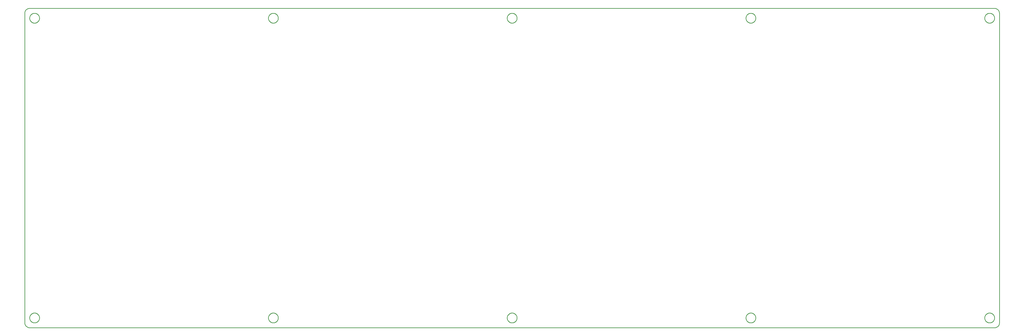
<source format=gbr>
G04 EAGLE Gerber RS-274X export*
G75*
%MOMM*%
%FSLAX34Y34*%
%LPD*%
%IN*%
%IPPOS*%
%AMOC8*
5,1,8,0,0,1.08239X$1,22.5*%
G01*
%ADD10C,0.254000*%


D10*
X-78750Y-1201750D02*
X-78351Y-1205723D01*
X-77171Y-1209538D01*
X-75257Y-1213043D01*
X-72684Y-1216097D01*
X-69556Y-1218579D01*
X-65997Y-1220391D01*
X-62149Y-1221459D01*
X-58750Y-1221750D01*
X3868750Y-1221750D01*
X3872149Y-1221459D01*
X3875997Y-1220391D01*
X3879556Y-1218579D01*
X3882684Y-1216097D01*
X3885257Y-1213043D01*
X3887171Y-1209538D01*
X3888351Y-1205723D01*
X3888750Y-1201750D01*
X3888750Y58750D01*
X3888459Y62149D01*
X3887391Y65997D01*
X3885579Y69556D01*
X3883097Y72684D01*
X3880043Y75257D01*
X3876538Y77171D01*
X3872723Y78351D01*
X3868750Y78750D01*
X-58750Y78750D01*
X-62723Y78351D01*
X-66538Y77171D01*
X-70043Y75257D01*
X-73097Y72684D01*
X-75579Y69556D01*
X-77391Y65997D01*
X-78459Y62149D01*
X-78750Y58750D01*
X-78750Y-1201750D01*
X-18750Y38146D02*
X-18750Y39354D01*
X-18823Y40561D01*
X-18969Y41761D01*
X-19187Y42950D01*
X-19476Y44123D01*
X-19835Y45277D01*
X-20264Y46407D01*
X-20760Y47509D01*
X-21322Y48580D01*
X-21947Y49614D01*
X-22634Y50609D01*
X-23379Y51560D01*
X-24181Y52465D01*
X-25035Y53319D01*
X-25940Y54121D01*
X-26891Y54866D01*
X-27886Y55553D01*
X-28920Y56178D01*
X-29991Y56740D01*
X-31093Y57236D01*
X-32223Y57665D01*
X-33377Y58024D01*
X-34550Y58313D01*
X-35739Y58531D01*
X-36939Y58677D01*
X-38146Y58750D01*
X-39354Y58750D01*
X-40561Y58677D01*
X-41761Y58531D01*
X-42950Y58313D01*
X-44123Y58024D01*
X-45277Y57665D01*
X-46407Y57236D01*
X-47509Y56740D01*
X-48580Y56178D01*
X-49614Y55553D01*
X-50609Y54866D01*
X-51560Y54121D01*
X-52465Y53319D01*
X-53319Y52465D01*
X-54121Y51560D01*
X-54866Y50609D01*
X-55553Y49614D01*
X-56178Y48580D01*
X-56740Y47509D01*
X-57236Y46407D01*
X-57665Y45277D01*
X-58024Y44123D01*
X-58313Y42950D01*
X-58531Y41761D01*
X-58677Y40561D01*
X-58750Y39354D01*
X-58750Y38146D01*
X-58677Y36939D01*
X-58531Y35739D01*
X-58313Y34550D01*
X-58024Y33377D01*
X-57665Y32223D01*
X-57236Y31093D01*
X-56740Y29991D01*
X-56178Y28920D01*
X-55553Y27886D01*
X-54866Y26891D01*
X-54121Y25940D01*
X-53319Y25035D01*
X-52465Y24181D01*
X-51560Y23379D01*
X-50609Y22634D01*
X-49614Y21947D01*
X-48580Y21322D01*
X-47509Y20760D01*
X-46407Y20264D01*
X-45277Y19835D01*
X-44123Y19476D01*
X-42950Y19187D01*
X-41761Y18969D01*
X-40561Y18823D01*
X-39354Y18750D01*
X-38146Y18750D01*
X-36939Y18823D01*
X-35739Y18969D01*
X-34550Y19187D01*
X-33377Y19476D01*
X-32223Y19835D01*
X-31093Y20264D01*
X-29991Y20760D01*
X-28920Y21322D01*
X-27886Y21947D01*
X-26891Y22634D01*
X-25940Y23379D01*
X-25035Y24181D01*
X-24181Y25035D01*
X-23379Y25940D01*
X-22634Y26891D01*
X-21947Y27886D01*
X-21322Y28920D01*
X-20760Y29991D01*
X-20264Y31093D01*
X-19835Y32223D01*
X-19476Y33377D01*
X-19187Y34550D01*
X-18969Y35739D01*
X-18823Y36939D01*
X-18750Y38146D01*
X953125Y38146D02*
X953125Y39354D01*
X953052Y40561D01*
X952906Y41761D01*
X952688Y42950D01*
X952399Y44123D01*
X952040Y45277D01*
X951611Y46407D01*
X951115Y47509D01*
X950553Y48580D01*
X949928Y49614D01*
X949241Y50609D01*
X948496Y51560D01*
X947694Y52465D01*
X946840Y53319D01*
X945935Y54121D01*
X944984Y54866D01*
X943989Y55553D01*
X942955Y56178D01*
X941884Y56740D01*
X940782Y57236D01*
X939652Y57665D01*
X938498Y58024D01*
X937325Y58313D01*
X936136Y58531D01*
X934936Y58677D01*
X933729Y58750D01*
X932521Y58750D01*
X931314Y58677D01*
X930114Y58531D01*
X928925Y58313D01*
X927752Y58024D01*
X926598Y57665D01*
X925468Y57236D01*
X924366Y56740D01*
X923295Y56178D01*
X922261Y55553D01*
X921266Y54866D01*
X920315Y54121D01*
X919410Y53319D01*
X918556Y52465D01*
X917754Y51560D01*
X917009Y50609D01*
X916322Y49614D01*
X915697Y48580D01*
X915135Y47509D01*
X914639Y46407D01*
X914210Y45277D01*
X913851Y44123D01*
X913562Y42950D01*
X913344Y41761D01*
X913198Y40561D01*
X913125Y39354D01*
X913125Y38146D01*
X913198Y36939D01*
X913344Y35739D01*
X913562Y34550D01*
X913851Y33377D01*
X914210Y32223D01*
X914639Y31093D01*
X915135Y29991D01*
X915697Y28920D01*
X916322Y27886D01*
X917009Y26891D01*
X917754Y25940D01*
X918556Y25035D01*
X919410Y24181D01*
X920315Y23379D01*
X921266Y22634D01*
X922261Y21947D01*
X923295Y21322D01*
X924366Y20760D01*
X925468Y20264D01*
X926598Y19835D01*
X927752Y19476D01*
X928925Y19187D01*
X930114Y18969D01*
X931314Y18823D01*
X932521Y18750D01*
X933729Y18750D01*
X934936Y18823D01*
X936136Y18969D01*
X937325Y19187D01*
X938498Y19476D01*
X939652Y19835D01*
X940782Y20264D01*
X941884Y20760D01*
X942955Y21322D01*
X943989Y21947D01*
X944984Y22634D01*
X945935Y23379D01*
X946840Y24181D01*
X947694Y25035D01*
X948496Y25940D01*
X949241Y26891D01*
X949928Y27886D01*
X950553Y28920D01*
X951115Y29991D01*
X951611Y31093D01*
X952040Y32223D01*
X952399Y33377D01*
X952688Y34550D01*
X952906Y35739D01*
X953052Y36939D01*
X953125Y38146D01*
X1925000Y38146D02*
X1925000Y39354D01*
X1924927Y40561D01*
X1924781Y41761D01*
X1924563Y42950D01*
X1924274Y44123D01*
X1923915Y45277D01*
X1923486Y46407D01*
X1922990Y47509D01*
X1922428Y48580D01*
X1921803Y49614D01*
X1921116Y50609D01*
X1920371Y51560D01*
X1919569Y52465D01*
X1918715Y53319D01*
X1917810Y54121D01*
X1916859Y54866D01*
X1915864Y55553D01*
X1914830Y56178D01*
X1913759Y56740D01*
X1912657Y57236D01*
X1911527Y57665D01*
X1910373Y58024D01*
X1909200Y58313D01*
X1908011Y58531D01*
X1906811Y58677D01*
X1905604Y58750D01*
X1904396Y58750D01*
X1903189Y58677D01*
X1901989Y58531D01*
X1900800Y58313D01*
X1899627Y58024D01*
X1898473Y57665D01*
X1897343Y57236D01*
X1896241Y56740D01*
X1895170Y56178D01*
X1894136Y55553D01*
X1893141Y54866D01*
X1892190Y54121D01*
X1891285Y53319D01*
X1890431Y52465D01*
X1889629Y51560D01*
X1888884Y50609D01*
X1888197Y49614D01*
X1887572Y48580D01*
X1887010Y47509D01*
X1886514Y46407D01*
X1886085Y45277D01*
X1885726Y44123D01*
X1885437Y42950D01*
X1885219Y41761D01*
X1885073Y40561D01*
X1885000Y39354D01*
X1885000Y38146D01*
X1885073Y36939D01*
X1885219Y35739D01*
X1885437Y34550D01*
X1885726Y33377D01*
X1886085Y32223D01*
X1886514Y31093D01*
X1887010Y29991D01*
X1887572Y28920D01*
X1888197Y27886D01*
X1888884Y26891D01*
X1889629Y25940D01*
X1890431Y25035D01*
X1891285Y24181D01*
X1892190Y23379D01*
X1893141Y22634D01*
X1894136Y21947D01*
X1895170Y21322D01*
X1896241Y20760D01*
X1897343Y20264D01*
X1898473Y19835D01*
X1899627Y19476D01*
X1900800Y19187D01*
X1901989Y18969D01*
X1903189Y18823D01*
X1904396Y18750D01*
X1905604Y18750D01*
X1906811Y18823D01*
X1908011Y18969D01*
X1909200Y19187D01*
X1910373Y19476D01*
X1911527Y19835D01*
X1912657Y20264D01*
X1913759Y20760D01*
X1914830Y21322D01*
X1915864Y21947D01*
X1916859Y22634D01*
X1917810Y23379D01*
X1918715Y24181D01*
X1919569Y25035D01*
X1920371Y25940D01*
X1921116Y26891D01*
X1921803Y27886D01*
X1922428Y28920D01*
X1922990Y29991D01*
X1923486Y31093D01*
X1923915Y32223D01*
X1924274Y33377D01*
X1924563Y34550D01*
X1924781Y35739D01*
X1924927Y36939D01*
X1925000Y38146D01*
X2896875Y38146D02*
X2896875Y39354D01*
X2896802Y40561D01*
X2896656Y41761D01*
X2896438Y42950D01*
X2896149Y44123D01*
X2895790Y45277D01*
X2895361Y46407D01*
X2894865Y47509D01*
X2894303Y48580D01*
X2893678Y49614D01*
X2892991Y50609D01*
X2892246Y51560D01*
X2891444Y52465D01*
X2890590Y53319D01*
X2889685Y54121D01*
X2888734Y54866D01*
X2887739Y55553D01*
X2886705Y56178D01*
X2885634Y56740D01*
X2884532Y57236D01*
X2883402Y57665D01*
X2882248Y58024D01*
X2881075Y58313D01*
X2879886Y58531D01*
X2878686Y58677D01*
X2877479Y58750D01*
X2876271Y58750D01*
X2875064Y58677D01*
X2873864Y58531D01*
X2872675Y58313D01*
X2871502Y58024D01*
X2870348Y57665D01*
X2869218Y57236D01*
X2868116Y56740D01*
X2867045Y56178D01*
X2866011Y55553D01*
X2865016Y54866D01*
X2864065Y54121D01*
X2863160Y53319D01*
X2862306Y52465D01*
X2861504Y51560D01*
X2860759Y50609D01*
X2860072Y49614D01*
X2859447Y48580D01*
X2858885Y47509D01*
X2858389Y46407D01*
X2857960Y45277D01*
X2857601Y44123D01*
X2857312Y42950D01*
X2857094Y41761D01*
X2856948Y40561D01*
X2856875Y39354D01*
X2856875Y38146D01*
X2856948Y36939D01*
X2857094Y35739D01*
X2857312Y34550D01*
X2857601Y33377D01*
X2857960Y32223D01*
X2858389Y31093D01*
X2858885Y29991D01*
X2859447Y28920D01*
X2860072Y27886D01*
X2860759Y26891D01*
X2861504Y25940D01*
X2862306Y25035D01*
X2863160Y24181D01*
X2864065Y23379D01*
X2865016Y22634D01*
X2866011Y21947D01*
X2867045Y21322D01*
X2868116Y20760D01*
X2869218Y20264D01*
X2870348Y19835D01*
X2871502Y19476D01*
X2872675Y19187D01*
X2873864Y18969D01*
X2875064Y18823D01*
X2876271Y18750D01*
X2877479Y18750D01*
X2878686Y18823D01*
X2879886Y18969D01*
X2881075Y19187D01*
X2882248Y19476D01*
X2883402Y19835D01*
X2884532Y20264D01*
X2885634Y20760D01*
X2886705Y21322D01*
X2887739Y21947D01*
X2888734Y22634D01*
X2889685Y23379D01*
X2890590Y24181D01*
X2891444Y25035D01*
X2892246Y25940D01*
X2892991Y26891D01*
X2893678Y27886D01*
X2894303Y28920D01*
X2894865Y29991D01*
X2895361Y31093D01*
X2895790Y32223D01*
X2896149Y33377D01*
X2896438Y34550D01*
X2896656Y35739D01*
X2896802Y36939D01*
X2896875Y38146D01*
X3868750Y38146D02*
X3868750Y39354D01*
X3868677Y40561D01*
X3868531Y41761D01*
X3868313Y42950D01*
X3868024Y44123D01*
X3867665Y45277D01*
X3867236Y46407D01*
X3866740Y47509D01*
X3866178Y48580D01*
X3865553Y49614D01*
X3864866Y50609D01*
X3864121Y51560D01*
X3863319Y52465D01*
X3862465Y53319D01*
X3861560Y54121D01*
X3860609Y54866D01*
X3859614Y55553D01*
X3858580Y56178D01*
X3857509Y56740D01*
X3856407Y57236D01*
X3855277Y57665D01*
X3854123Y58024D01*
X3852950Y58313D01*
X3851761Y58531D01*
X3850561Y58677D01*
X3849354Y58750D01*
X3848146Y58750D01*
X3846939Y58677D01*
X3845739Y58531D01*
X3844550Y58313D01*
X3843377Y58024D01*
X3842223Y57665D01*
X3841093Y57236D01*
X3839991Y56740D01*
X3838920Y56178D01*
X3837886Y55553D01*
X3836891Y54866D01*
X3835940Y54121D01*
X3835035Y53319D01*
X3834181Y52465D01*
X3833379Y51560D01*
X3832634Y50609D01*
X3831947Y49614D01*
X3831322Y48580D01*
X3830760Y47509D01*
X3830264Y46407D01*
X3829835Y45277D01*
X3829476Y44123D01*
X3829187Y42950D01*
X3828969Y41761D01*
X3828823Y40561D01*
X3828750Y39354D01*
X3828750Y38146D01*
X3828823Y36939D01*
X3828969Y35739D01*
X3829187Y34550D01*
X3829476Y33377D01*
X3829835Y32223D01*
X3830264Y31093D01*
X3830760Y29991D01*
X3831322Y28920D01*
X3831947Y27886D01*
X3832634Y26891D01*
X3833379Y25940D01*
X3834181Y25035D01*
X3835035Y24181D01*
X3835940Y23379D01*
X3836891Y22634D01*
X3837886Y21947D01*
X3838920Y21322D01*
X3839991Y20760D01*
X3841093Y20264D01*
X3842223Y19835D01*
X3843377Y19476D01*
X3844550Y19187D01*
X3845739Y18969D01*
X3846939Y18823D01*
X3848146Y18750D01*
X3849354Y18750D01*
X3850561Y18823D01*
X3851761Y18969D01*
X3852950Y19187D01*
X3854123Y19476D01*
X3855277Y19835D01*
X3856407Y20264D01*
X3857509Y20760D01*
X3858580Y21322D01*
X3859614Y21947D01*
X3860609Y22634D01*
X3861560Y23379D01*
X3862465Y24181D01*
X3863319Y25035D01*
X3864121Y25940D01*
X3864866Y26891D01*
X3865553Y27886D01*
X3866178Y28920D01*
X3866740Y29991D01*
X3867236Y31093D01*
X3867665Y32223D01*
X3868024Y33377D01*
X3868313Y34550D01*
X3868531Y35739D01*
X3868677Y36939D01*
X3868750Y38146D01*
X3868750Y-1182354D02*
X3868750Y-1181146D01*
X3868677Y-1179939D01*
X3868531Y-1178739D01*
X3868313Y-1177550D01*
X3868024Y-1176377D01*
X3867665Y-1175223D01*
X3867236Y-1174093D01*
X3866740Y-1172991D01*
X3866178Y-1171920D01*
X3865553Y-1170886D01*
X3864866Y-1169891D01*
X3864121Y-1168940D01*
X3863319Y-1168035D01*
X3862465Y-1167181D01*
X3861560Y-1166379D01*
X3860609Y-1165634D01*
X3859614Y-1164947D01*
X3858580Y-1164322D01*
X3857509Y-1163760D01*
X3856407Y-1163264D01*
X3855277Y-1162835D01*
X3854123Y-1162476D01*
X3852950Y-1162187D01*
X3851761Y-1161969D01*
X3850561Y-1161823D01*
X3849354Y-1161750D01*
X3848146Y-1161750D01*
X3846939Y-1161823D01*
X3845739Y-1161969D01*
X3844550Y-1162187D01*
X3843377Y-1162476D01*
X3842223Y-1162835D01*
X3841093Y-1163264D01*
X3839991Y-1163760D01*
X3838920Y-1164322D01*
X3837886Y-1164947D01*
X3836891Y-1165634D01*
X3835940Y-1166379D01*
X3835035Y-1167181D01*
X3834181Y-1168035D01*
X3833379Y-1168940D01*
X3832634Y-1169891D01*
X3831947Y-1170886D01*
X3831322Y-1171920D01*
X3830760Y-1172991D01*
X3830264Y-1174093D01*
X3829835Y-1175223D01*
X3829476Y-1176377D01*
X3829187Y-1177550D01*
X3828969Y-1178739D01*
X3828823Y-1179939D01*
X3828750Y-1181146D01*
X3828750Y-1182354D01*
X3828823Y-1183561D01*
X3828969Y-1184761D01*
X3829187Y-1185950D01*
X3829476Y-1187123D01*
X3829835Y-1188277D01*
X3830264Y-1189407D01*
X3830760Y-1190509D01*
X3831322Y-1191580D01*
X3831947Y-1192614D01*
X3832634Y-1193609D01*
X3833379Y-1194560D01*
X3834181Y-1195465D01*
X3835035Y-1196319D01*
X3835940Y-1197121D01*
X3836891Y-1197866D01*
X3837886Y-1198553D01*
X3838920Y-1199178D01*
X3839991Y-1199740D01*
X3841093Y-1200236D01*
X3842223Y-1200665D01*
X3843377Y-1201024D01*
X3844550Y-1201313D01*
X3845739Y-1201531D01*
X3846939Y-1201677D01*
X3848146Y-1201750D01*
X3849354Y-1201750D01*
X3850561Y-1201677D01*
X3851761Y-1201531D01*
X3852950Y-1201313D01*
X3854123Y-1201024D01*
X3855277Y-1200665D01*
X3856407Y-1200236D01*
X3857509Y-1199740D01*
X3858580Y-1199178D01*
X3859614Y-1198553D01*
X3860609Y-1197866D01*
X3861560Y-1197121D01*
X3862465Y-1196319D01*
X3863319Y-1195465D01*
X3864121Y-1194560D01*
X3864866Y-1193609D01*
X3865553Y-1192614D01*
X3866178Y-1191580D01*
X3866740Y-1190509D01*
X3867236Y-1189407D01*
X3867665Y-1188277D01*
X3868024Y-1187123D01*
X3868313Y-1185950D01*
X3868531Y-1184761D01*
X3868677Y-1183561D01*
X3868750Y-1182354D01*
X2896875Y-1182354D02*
X2896875Y-1181146D01*
X2896802Y-1179939D01*
X2896656Y-1178739D01*
X2896438Y-1177550D01*
X2896149Y-1176377D01*
X2895790Y-1175223D01*
X2895361Y-1174093D01*
X2894865Y-1172991D01*
X2894303Y-1171920D01*
X2893678Y-1170886D01*
X2892991Y-1169891D01*
X2892246Y-1168940D01*
X2891444Y-1168035D01*
X2890590Y-1167181D01*
X2889685Y-1166379D01*
X2888734Y-1165634D01*
X2887739Y-1164947D01*
X2886705Y-1164322D01*
X2885634Y-1163760D01*
X2884532Y-1163264D01*
X2883402Y-1162835D01*
X2882248Y-1162476D01*
X2881075Y-1162187D01*
X2879886Y-1161969D01*
X2878686Y-1161823D01*
X2877479Y-1161750D01*
X2876271Y-1161750D01*
X2875064Y-1161823D01*
X2873864Y-1161969D01*
X2872675Y-1162187D01*
X2871502Y-1162476D01*
X2870348Y-1162835D01*
X2869218Y-1163264D01*
X2868116Y-1163760D01*
X2867045Y-1164322D01*
X2866011Y-1164947D01*
X2865016Y-1165634D01*
X2864065Y-1166379D01*
X2863160Y-1167181D01*
X2862306Y-1168035D01*
X2861504Y-1168940D01*
X2860759Y-1169891D01*
X2860072Y-1170886D01*
X2859447Y-1171920D01*
X2858885Y-1172991D01*
X2858389Y-1174093D01*
X2857960Y-1175223D01*
X2857601Y-1176377D01*
X2857312Y-1177550D01*
X2857094Y-1178739D01*
X2856948Y-1179939D01*
X2856875Y-1181146D01*
X2856875Y-1182354D01*
X2856948Y-1183561D01*
X2857094Y-1184761D01*
X2857312Y-1185950D01*
X2857601Y-1187123D01*
X2857960Y-1188277D01*
X2858389Y-1189407D01*
X2858885Y-1190509D01*
X2859447Y-1191580D01*
X2860072Y-1192614D01*
X2860759Y-1193609D01*
X2861504Y-1194560D01*
X2862306Y-1195465D01*
X2863160Y-1196319D01*
X2864065Y-1197121D01*
X2865016Y-1197866D01*
X2866011Y-1198553D01*
X2867045Y-1199178D01*
X2868116Y-1199740D01*
X2869218Y-1200236D01*
X2870348Y-1200665D01*
X2871502Y-1201024D01*
X2872675Y-1201313D01*
X2873864Y-1201531D01*
X2875064Y-1201677D01*
X2876271Y-1201750D01*
X2877479Y-1201750D01*
X2878686Y-1201677D01*
X2879886Y-1201531D01*
X2881075Y-1201313D01*
X2882248Y-1201024D01*
X2883402Y-1200665D01*
X2884532Y-1200236D01*
X2885634Y-1199740D01*
X2886705Y-1199178D01*
X2887739Y-1198553D01*
X2888734Y-1197866D01*
X2889685Y-1197121D01*
X2890590Y-1196319D01*
X2891444Y-1195465D01*
X2892246Y-1194560D01*
X2892991Y-1193609D01*
X2893678Y-1192614D01*
X2894303Y-1191580D01*
X2894865Y-1190509D01*
X2895361Y-1189407D01*
X2895790Y-1188277D01*
X2896149Y-1187123D01*
X2896438Y-1185950D01*
X2896656Y-1184761D01*
X2896802Y-1183561D01*
X2896875Y-1182354D01*
X1925000Y-1182354D02*
X1925000Y-1181146D01*
X1924927Y-1179939D01*
X1924781Y-1178739D01*
X1924563Y-1177550D01*
X1924274Y-1176377D01*
X1923915Y-1175223D01*
X1923486Y-1174093D01*
X1922990Y-1172991D01*
X1922428Y-1171920D01*
X1921803Y-1170886D01*
X1921116Y-1169891D01*
X1920371Y-1168940D01*
X1919569Y-1168035D01*
X1918715Y-1167181D01*
X1917810Y-1166379D01*
X1916859Y-1165634D01*
X1915864Y-1164947D01*
X1914830Y-1164322D01*
X1913759Y-1163760D01*
X1912657Y-1163264D01*
X1911527Y-1162835D01*
X1910373Y-1162476D01*
X1909200Y-1162187D01*
X1908011Y-1161969D01*
X1906811Y-1161823D01*
X1905604Y-1161750D01*
X1904396Y-1161750D01*
X1903189Y-1161823D01*
X1901989Y-1161969D01*
X1900800Y-1162187D01*
X1899627Y-1162476D01*
X1898473Y-1162835D01*
X1897343Y-1163264D01*
X1896241Y-1163760D01*
X1895170Y-1164322D01*
X1894136Y-1164947D01*
X1893141Y-1165634D01*
X1892190Y-1166379D01*
X1891285Y-1167181D01*
X1890431Y-1168035D01*
X1889629Y-1168940D01*
X1888884Y-1169891D01*
X1888197Y-1170886D01*
X1887572Y-1171920D01*
X1887010Y-1172991D01*
X1886514Y-1174093D01*
X1886085Y-1175223D01*
X1885726Y-1176377D01*
X1885437Y-1177550D01*
X1885219Y-1178739D01*
X1885073Y-1179939D01*
X1885000Y-1181146D01*
X1885000Y-1182354D01*
X1885073Y-1183561D01*
X1885219Y-1184761D01*
X1885437Y-1185950D01*
X1885726Y-1187123D01*
X1886085Y-1188277D01*
X1886514Y-1189407D01*
X1887010Y-1190509D01*
X1887572Y-1191580D01*
X1888197Y-1192614D01*
X1888884Y-1193609D01*
X1889629Y-1194560D01*
X1890431Y-1195465D01*
X1891285Y-1196319D01*
X1892190Y-1197121D01*
X1893141Y-1197866D01*
X1894136Y-1198553D01*
X1895170Y-1199178D01*
X1896241Y-1199740D01*
X1897343Y-1200236D01*
X1898473Y-1200665D01*
X1899627Y-1201024D01*
X1900800Y-1201313D01*
X1901989Y-1201531D01*
X1903189Y-1201677D01*
X1904396Y-1201750D01*
X1905604Y-1201750D01*
X1906811Y-1201677D01*
X1908011Y-1201531D01*
X1909200Y-1201313D01*
X1910373Y-1201024D01*
X1911527Y-1200665D01*
X1912657Y-1200236D01*
X1913759Y-1199740D01*
X1914830Y-1199178D01*
X1915864Y-1198553D01*
X1916859Y-1197866D01*
X1917810Y-1197121D01*
X1918715Y-1196319D01*
X1919569Y-1195465D01*
X1920371Y-1194560D01*
X1921116Y-1193609D01*
X1921803Y-1192614D01*
X1922428Y-1191580D01*
X1922990Y-1190509D01*
X1923486Y-1189407D01*
X1923915Y-1188277D01*
X1924274Y-1187123D01*
X1924563Y-1185950D01*
X1924781Y-1184761D01*
X1924927Y-1183561D01*
X1925000Y-1182354D01*
X953125Y-1182354D02*
X953125Y-1181146D01*
X953052Y-1179939D01*
X952906Y-1178739D01*
X952688Y-1177550D01*
X952399Y-1176377D01*
X952040Y-1175223D01*
X951611Y-1174093D01*
X951115Y-1172991D01*
X950553Y-1171920D01*
X949928Y-1170886D01*
X949241Y-1169891D01*
X948496Y-1168940D01*
X947694Y-1168035D01*
X946840Y-1167181D01*
X945935Y-1166379D01*
X944984Y-1165634D01*
X943989Y-1164947D01*
X942955Y-1164322D01*
X941884Y-1163760D01*
X940782Y-1163264D01*
X939652Y-1162835D01*
X938498Y-1162476D01*
X937325Y-1162187D01*
X936136Y-1161969D01*
X934936Y-1161823D01*
X933729Y-1161750D01*
X932521Y-1161750D01*
X931314Y-1161823D01*
X930114Y-1161969D01*
X928925Y-1162187D01*
X927752Y-1162476D01*
X926598Y-1162835D01*
X925468Y-1163264D01*
X924366Y-1163760D01*
X923295Y-1164322D01*
X922261Y-1164947D01*
X921266Y-1165634D01*
X920315Y-1166379D01*
X919410Y-1167181D01*
X918556Y-1168035D01*
X917754Y-1168940D01*
X917009Y-1169891D01*
X916322Y-1170886D01*
X915697Y-1171920D01*
X915135Y-1172991D01*
X914639Y-1174093D01*
X914210Y-1175223D01*
X913851Y-1176377D01*
X913562Y-1177550D01*
X913344Y-1178739D01*
X913198Y-1179939D01*
X913125Y-1181146D01*
X913125Y-1182354D01*
X913198Y-1183561D01*
X913344Y-1184761D01*
X913562Y-1185950D01*
X913851Y-1187123D01*
X914210Y-1188277D01*
X914639Y-1189407D01*
X915135Y-1190509D01*
X915697Y-1191580D01*
X916322Y-1192614D01*
X917009Y-1193609D01*
X917754Y-1194560D01*
X918556Y-1195465D01*
X919410Y-1196319D01*
X920315Y-1197121D01*
X921266Y-1197866D01*
X922261Y-1198553D01*
X923295Y-1199178D01*
X924366Y-1199740D01*
X925468Y-1200236D01*
X926598Y-1200665D01*
X927752Y-1201024D01*
X928925Y-1201313D01*
X930114Y-1201531D01*
X931314Y-1201677D01*
X932521Y-1201750D01*
X933729Y-1201750D01*
X934936Y-1201677D01*
X936136Y-1201531D01*
X937325Y-1201313D01*
X938498Y-1201024D01*
X939652Y-1200665D01*
X940782Y-1200236D01*
X941884Y-1199740D01*
X942955Y-1199178D01*
X943989Y-1198553D01*
X944984Y-1197866D01*
X945935Y-1197121D01*
X946840Y-1196319D01*
X947694Y-1195465D01*
X948496Y-1194560D01*
X949241Y-1193609D01*
X949928Y-1192614D01*
X950553Y-1191580D01*
X951115Y-1190509D01*
X951611Y-1189407D01*
X952040Y-1188277D01*
X952399Y-1187123D01*
X952688Y-1185950D01*
X952906Y-1184761D01*
X953052Y-1183561D01*
X953125Y-1182354D01*
X-18750Y-1182354D02*
X-18750Y-1181146D01*
X-18823Y-1179939D01*
X-18969Y-1178739D01*
X-19187Y-1177550D01*
X-19476Y-1176377D01*
X-19835Y-1175223D01*
X-20264Y-1174093D01*
X-20760Y-1172991D01*
X-21322Y-1171920D01*
X-21947Y-1170886D01*
X-22634Y-1169891D01*
X-23379Y-1168940D01*
X-24181Y-1168035D01*
X-25035Y-1167181D01*
X-25940Y-1166379D01*
X-26891Y-1165634D01*
X-27886Y-1164947D01*
X-28920Y-1164322D01*
X-29991Y-1163760D01*
X-31093Y-1163264D01*
X-32223Y-1162835D01*
X-33377Y-1162476D01*
X-34550Y-1162187D01*
X-35739Y-1161969D01*
X-36939Y-1161823D01*
X-38146Y-1161750D01*
X-39354Y-1161750D01*
X-40561Y-1161823D01*
X-41761Y-1161969D01*
X-42950Y-1162187D01*
X-44123Y-1162476D01*
X-45277Y-1162835D01*
X-46407Y-1163264D01*
X-47509Y-1163760D01*
X-48580Y-1164322D01*
X-49614Y-1164947D01*
X-50609Y-1165634D01*
X-51560Y-1166379D01*
X-52465Y-1167181D01*
X-53319Y-1168035D01*
X-54121Y-1168940D01*
X-54866Y-1169891D01*
X-55553Y-1170886D01*
X-56178Y-1171920D01*
X-56740Y-1172991D01*
X-57236Y-1174093D01*
X-57665Y-1175223D01*
X-58024Y-1176377D01*
X-58313Y-1177550D01*
X-58531Y-1178739D01*
X-58677Y-1179939D01*
X-58750Y-1181146D01*
X-58750Y-1182354D01*
X-58677Y-1183561D01*
X-58531Y-1184761D01*
X-58313Y-1185950D01*
X-58024Y-1187123D01*
X-57665Y-1188277D01*
X-57236Y-1189407D01*
X-56740Y-1190509D01*
X-56178Y-1191580D01*
X-55553Y-1192614D01*
X-54866Y-1193609D01*
X-54121Y-1194560D01*
X-53319Y-1195465D01*
X-52465Y-1196319D01*
X-51560Y-1197121D01*
X-50609Y-1197866D01*
X-49614Y-1198553D01*
X-48580Y-1199178D01*
X-47509Y-1199740D01*
X-46407Y-1200236D01*
X-45277Y-1200665D01*
X-44123Y-1201024D01*
X-42950Y-1201313D01*
X-41761Y-1201531D01*
X-40561Y-1201677D01*
X-39354Y-1201750D01*
X-38146Y-1201750D01*
X-36939Y-1201677D01*
X-35739Y-1201531D01*
X-34550Y-1201313D01*
X-33377Y-1201024D01*
X-32223Y-1200665D01*
X-31093Y-1200236D01*
X-29991Y-1199740D01*
X-28920Y-1199178D01*
X-27886Y-1198553D01*
X-26891Y-1197866D01*
X-25940Y-1197121D01*
X-25035Y-1196319D01*
X-24181Y-1195465D01*
X-23379Y-1194560D01*
X-22634Y-1193609D01*
X-21947Y-1192614D01*
X-21322Y-1191580D01*
X-20760Y-1190509D01*
X-20264Y-1189407D01*
X-19835Y-1188277D01*
X-19476Y-1187123D01*
X-19187Y-1185950D01*
X-18969Y-1184761D01*
X-18823Y-1183561D01*
X-18750Y-1182354D01*
M02*

</source>
